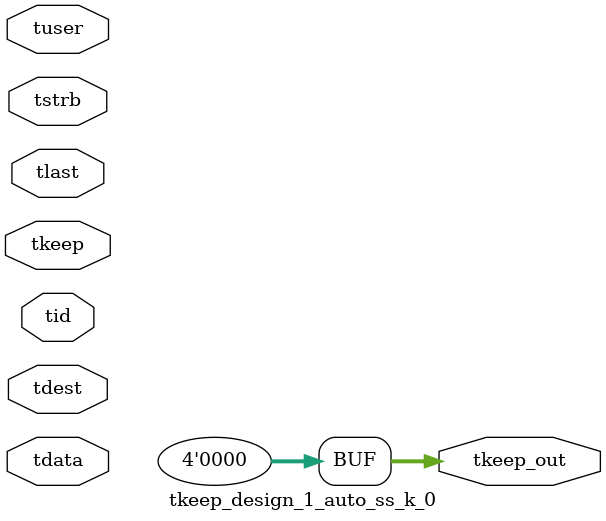
<source format=v>


`timescale 1ps/1ps

module tkeep_design_1_auto_ss_k_0 #
(
parameter C_S_AXIS_TDATA_WIDTH = 32,
parameter C_S_AXIS_TUSER_WIDTH = 0,
parameter C_S_AXIS_TID_WIDTH   = 0,
parameter C_S_AXIS_TDEST_WIDTH = 0,
parameter C_M_AXIS_TDATA_WIDTH = 32
)
(
input  [(C_S_AXIS_TDATA_WIDTH == 0 ? 1 : C_S_AXIS_TDATA_WIDTH)-1:0     ] tdata,
input  [(C_S_AXIS_TUSER_WIDTH == 0 ? 1 : C_S_AXIS_TUSER_WIDTH)-1:0     ] tuser,
input  [(C_S_AXIS_TID_WIDTH   == 0 ? 1 : C_S_AXIS_TID_WIDTH)-1:0       ] tid,
input  [(C_S_AXIS_TDEST_WIDTH == 0 ? 1 : C_S_AXIS_TDEST_WIDTH)-1:0     ] tdest,
input  [(C_S_AXIS_TDATA_WIDTH/8)-1:0 ] tkeep,
input  [(C_S_AXIS_TDATA_WIDTH/8)-1:0 ] tstrb,
input                                                                    tlast,
output [(C_M_AXIS_TDATA_WIDTH/8)-1:0 ] tkeep_out
);

assign tkeep_out = {1'b0};

endmodule


</source>
